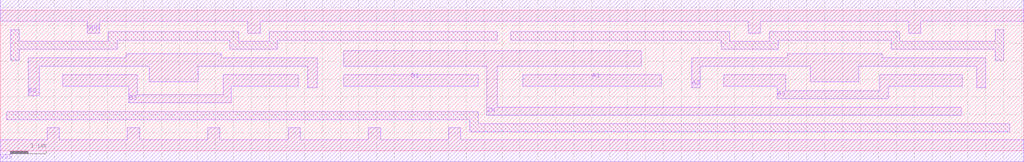
<source format=lef>
# Copyright 2022 GlobalFoundries PDK Authors
#
# Licensed under the Apache License, Version 2.0 (the "License");
# you may not use this file except in compliance with the License.
# You may obtain a copy of the License at
#
#      http://www.apache.org/licenses/LICENSE-2.0
#
# Unless required by applicable law or agreed to in writing, software
# distributed under the License is distributed on an "AS IS" BASIS,
# WITHOUT WARRANTIES OR CONDITIONS OF ANY KIND, either express or implied.
# See the License for the specific language governing permissions and
# limitations under the License.

MACRO gf180mcu_fd_sc_mcu7t5v0__oai33_4
  CLASS core ;
  FOREIGN gf180mcu_fd_sc_mcu7t5v0__oai33_4 0.0 0.0 ;
  ORIGIN 0 0 ;
  SYMMETRY X Y ;
  SITE GF018hv5v_mcu_sc7 ;
  SIZE 28.56 BY 3.92 ;
  PIN A1
    DIRECTION INPUT ;
    ANTENNAGATEAREA 4.158 ;
    PORT
      LAYER METAL1 ;
        POLYGON 14.58 1.8 18.44 1.8 18.44 2.12 14.58 2.12  ;
    END
  END A1
  PIN A2
    DIRECTION INPUT ;
    ANTENNAGATEAREA 4.158 ;
    PORT
      LAYER METAL1 ;
        POLYGON 19.29 1.76 19.53 1.76 19.53 2.36 22.6 2.36 22.6 1.92 23.96 1.92 23.96 2.36 27.25 2.36 27.25 1.76 27.49 1.76 27.49 2.59 24.605 2.59 24.605 2.71 21.955 2.71 21.955 2.59 19.29 2.59  ;
    END
  END A2
  PIN A3
    DIRECTION INPUT ;
    ANTENNAGATEAREA 4.158 ;
    PORT
      LAYER METAL1 ;
        POLYGON 20.18 1.8 21.685 1.8 21.685 1.45 24.775 1.45 24.775 1.8 26.835 1.8 26.835 2.12 24.545 2.12 24.545 1.68 21.915 1.68 21.915 2.12 20.18 2.12  ;
    END
  END A3
  PIN B1
    DIRECTION INPUT ;
    ANTENNAGATEAREA 4.158 ;
    PORT
      LAYER METAL1 ;
        POLYGON 9.58 1.8 13.34 1.8 13.34 2.12 9.58 2.12  ;
    END
  END B1
  PIN B2
    DIRECTION INPUT ;
    ANTENNAGATEAREA 4.158 ;
    PORT
      LAYER METAL1 ;
        POLYGON 0.775 1.53 1.095 1.53 1.095 2.36 4.16 2.36 4.16 1.92 5.52 1.92 5.52 2.36 8.58 2.36 8.58 1.76 8.84 1.76 8.84 2.595 6.16 2.595 6.16 2.7 3.52 2.7 3.52 2.595 0.775 2.595  ;
    END
  END B2
  PIN B3
    DIRECTION INPUT ;
    ANTENNAGATEAREA 4.158 ;
    PORT
      LAYER METAL1 ;
        POLYGON 1.74 1.8 3.59 1.8 3.59 1.335 6.45 1.335 6.45 1.8 8.31 1.8 8.31 2.12 6.22 2.12 6.22 1.565 3.82 1.565 3.82 2.12 1.74 2.12  ;
    END
  END B3
  PIN ZN
    DIRECTION OUTPUT ;
    ANTENNADIFFAREA 5.0289 ;
    PORT
      LAYER METAL1 ;
        POLYGON 9.58 2.36 13.57 2.36 13.57 0.99 26.82 0.99 26.82 1.22 13.87 1.22 13.87 2.36 17.89 2.36 17.89 2.795 9.58 2.795  ;
    END
  END ZN
  PIN VDD
    DIRECTION INOUT ;
    USE power ;
    SHAPE ABUTMENT ;
    PORT
      LAYER METAL1 ;
        POLYGON 0 3.62 2.43 3.62 2.43 3.285 2.77 3.285 2.77 3.62 6.91 3.62 6.91 3.285 7.25 3.285 7.25 3.62 13.87 3.62 20.87 3.62 20.87 3.285 21.21 3.285 21.21 3.62 25.35 3.62 25.35 3.285 25.69 3.285 25.69 3.62 27.995 3.62 28.16 3.62 28.56 3.62 28.56 4.22 28.16 4.22 27.995 4.22 13.87 4.22 0 4.22  ;
    END
  END VDD
  PIN VSS
    DIRECTION INOUT ;
    USE ground ;
    SHAPE ABUTMENT ;
    PORT
      LAYER METAL1 ;
        POLYGON 0 -0.3 28.56 -0.3 28.56 0.3 12.85 0.3 12.85 0.635 12.51 0.635 12.51 0.3 10.61 0.3 10.61 0.635 10.27 0.635 10.27 0.3 8.37 0.3 8.37 0.635 8.03 0.635 8.03 0.3 6.13 0.3 6.13 0.635 5.79 0.635 5.79 0.3 3.89 0.3 3.89 0.635 3.55 0.635 3.55 0.3 1.65 0.3 1.65 0.635 1.31 0.635 1.31 0.3 0 0.3  ;
    END
  END VSS
  OBS
      LAYER METAL1 ;
        POLYGON 0.295 2.53 0.525 2.53 0.525 2.825 3.27 2.825 3.27 3.09 6.41 3.09 6.41 2.825 7.73 2.825 7.73 3.09 13.87 3.09 13.87 3.32 7.5 3.32 7.5 3.055 6.66 3.055 6.66 3.32 3.02 3.32 3.02 3.055 0.525 3.055 0.525 3.38 0.295 3.38  ;
        POLYGON 14.24 3.09 20.11 3.09 20.11 2.825 21.705 2.825 21.705 3.09 24.855 3.09 24.855 2.825 27.765 2.825 27.765 2.53 27.995 2.53 27.995 3.38 27.765 3.38 27.765 3.055 25.1 3.055 25.1 3.32 21.46 3.32 21.46 3.055 20.355 3.055 20.355 3.32 14.24 3.32  ;
        POLYGON 0.18 0.865 13.1 0.865 13.1 0.53 28.16 0.53 28.16 0.76 13.33 0.76 13.33 1.095 0.18 1.095  ;
  END
END gf180mcu_fd_sc_mcu7t5v0__oai33_4

</source>
